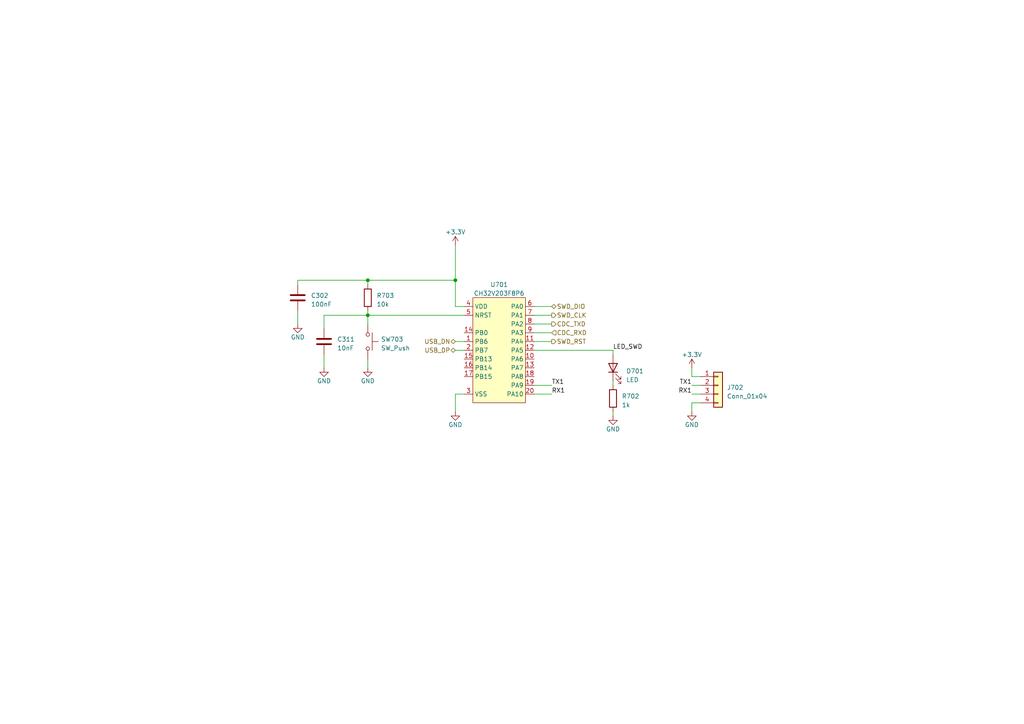
<source format=kicad_sch>
(kicad_sch (version 20230121) (generator eeschema)
  (paper "A4")
  (title_block (title "STM32 USB Audio Interface - DAPLink Debugger") (date "2023-04-15") (rev "A"))
  (lib_symbols
    (symbol "Connector_Generic:Conn_01x04" (pin_names (offset 1.016) hide)
      (property "Reference" "J" (at 0 5.08 0))
      (property "Value" "Conn_01x04" (at 0 -7.62 0))
      (symbol "Conn_01x04_1_1"
        (rectangle (start -1.27 -4.953) (end 0 -5.207) (stroke (width 0.1524)))
        (rectangle (start -1.27 -2.413) (end 0 -2.667) (stroke (width 0.1524)))
        (rectangle (start -1.27 0.127) (end 0 -0.127) (stroke (width 0.1524)))
        (rectangle (start -1.27 2.667) (end 0 2.413) (stroke (width 0.1524)))
        (rectangle (start -1.27 3.81) (end 1.27 -6.35) (stroke (width 0.254)) (fill (type background)))
        (pin passive line (at -5.08 2.54 0) (length 3.81) (name "Pin_1") (number "1"))
        (pin passive line (at -5.08 0 0) (length 3.81) (name "Pin_2") (number "2"))
        (pin passive line (at -5.08 -2.54 0) (length 3.81) (name "Pin_3") (number "3"))
        (pin passive line (at -5.08 -5.08 0) (length 3.81) (name "Pin_4") (number "4"))
      )
    )
    (symbol "Device:C" (pin_numbers hide) (pin_names (offset 0.254))
      (property "Reference" "C" (at 0.635 2.54 0))
      (property "Value" "C" (at 0.635 -2.54 0))
      (symbol "C_0_1"
        (polyline (pts (xy -2.032 -0.762) (xy 2.032 -0.762)) (stroke (width 0.508)))
        (polyline (pts (xy -2.032 0.762) (xy 2.032 0.762)) (stroke (width 0.508)))
      )
      (symbol "C_1_1"
        (pin passive line (at 0 3.81 270) (length 2.794) (name "~") (number "1"))
        (pin passive line (at 0 -3.81 90) (length 2.794) (name "~") (number "2"))
      )
    )
    (symbol "Device:LED" (pin_numbers hide) (pin_names (offset 1.016) hide)
      (property "Reference" "D" (at 0 2.54 0))
      (property "Value" "LED" (at 0 -2.54 0))
      (symbol "LED_0_1"
        (polyline (pts (xy -1.27 -1.27) (xy -1.27 1.27)) (stroke (width 0.254)))
        (polyline (pts (xy -1.27 0) (xy 1.27 0)))
        (polyline (pts (xy 1.27 -1.27) (xy 1.27 1.27) (xy -1.27 0) (xy 1.27 -1.27)) (stroke (width 0.254)))
        (polyline (pts (xy -3.048 -0.762) (xy -4.572 -2.286) (xy -3.81 -2.286) (xy -4.572 -2.286) (xy -4.572 -1.524)))
        (polyline (pts (xy -1.778 -0.762) (xy -3.302 -2.286) (xy -2.54 -2.286) (xy -3.302 -2.286) (xy -3.302 -1.524)))
      )
      (symbol "LED_1_1"
        (pin passive line (at -3.81 0 0) (length 2.54) (name "K") (number "1"))
        (pin passive line (at 3.81 0 180) (length 2.54) (name "A") (number "2"))
      )
    )
    (symbol "Device:R" (pin_numbers hide) (pin_names (offset 0))
      (property "Reference" "R" (at 2.032 0 90))
      (property "Value" "R" (at 0 0 90))
      (symbol "R_0_1"
        (rectangle (start -1.016 -2.54) (end 1.016 2.54) (stroke (width 0.254)))
      )
      (symbol "R_1_1"
        (pin passive line (at 0 3.81 270) (length 1.27) (name "~") (number "1"))
        (pin passive line (at 0 -3.81 90) (length 1.27) (name "~") (number "2"))
      )
    )
    (symbol "MyLibrary:CH32V203F8P6"
      (property "Reference" "U" (at 0 5.08 0))
      (property "Value" "CH32V203F8P6" (at 0 0 0))
      (symbol "CH32V203F8P6_0_0"
        (pin bidirectional line (at -10.16 -10.16 0) (length 2.54) (name "PB6") (number "1"))
        (pin bidirectional line (at 10.16 -15.24 180) (length 2.54) (name "PA6") (number "10"))
        (pin bidirectional line (at 10.16 -10.16 180) (length 2.54) (name "PA4") (number "11"))
        (pin bidirectional line (at 10.16 -12.7 180) (length 2.54) (name "PA5") (number "12"))
        (pin bidirectional line (at 10.16 -17.78 180) (length 2.54) (name "PA7") (number "13"))
        (pin bidirectional line (at -10.16 -7.62 0) (length 2.54) (name "PB0") (number "14"))
        (pin bidirectional line (at -10.16 -15.24 0) (length 2.54) (name "PB13") (number "15"))
        (pin bidirectional line (at -10.16 -17.78 0) (length 2.54) (name "PB14") (number "16"))
        (pin bidirectional line (at -10.16 -20.32 0) (length 2.54) (name "PB15") (number "17"))
        (pin bidirectional line (at 10.16 -20.32 180) (length 2.54) (name "PA8") (number "18"))
        (pin bidirectional line (at 10.16 -22.86 180) (length 2.54) (name "PA9") (number "19"))
        (pin bidirectional line (at -10.16 -12.7 0) (length 2.54) (name "PB7") (number "2"))
        (pin bidirectional line (at 10.16 -25.4 180) (length 2.54) (name "PA10") (number "20"))
        (pin power_in line (at -10.16 -25.4 0) (length 2.54) (name "VSS") (number "3"))
        (pin power_in line (at -10.16 0 0) (length 2.54) (name "VDD") (number "4"))
        (pin input line (at -10.16 -2.54 0) (length 2.54) (name "NRST") (number "5"))
        (pin bidirectional line (at 10.16 0 180) (length 2.54) (name "PA0") (number "6"))
        (pin bidirectional line (at 10.16 -2.54 180) (length 2.54) (name "PA1") (number "7"))
        (pin bidirectional line (at 10.16 -5.08 180) (length 2.54) (name "PA2") (number "8"))
        (pin bidirectional line (at 10.16 -7.62 180) (length 2.54) (name "PA3") (number "9"))
      )
      (symbol "CH32V203F8P6_1_1"
        (rectangle (start -7.62 2.54) (end 7.62 -27.94) (fill (type background)))
      )
    )
    (symbol "Switch:SW_Push" (pin_numbers hide) (pin_names (offset 1.016) hide)
      (property "Reference" "SW" (at 1.27 2.54 0))
      (property "Value" "SW_Push" (at 0 -1.524 0))
      (symbol "SW_Push_0_1"
        (circle (center -2.032 0) (radius 0.508))
        (polyline (pts (xy 0 1.27) (xy 0 3.048)))
        (polyline (pts (xy 2.54 1.27) (xy -2.54 1.27)))
        (circle (center 2.032 0) (radius 0.508))
        (pin passive line (at -5.08 0 0) (length 2.54) (name "1") (number "1"))
        (pin passive line (at 5.08 0 180) (length 2.54) (name "2") (number "2"))
      )
    )
    (symbol "power:+3.3V" (power) (pin_names (offset 0))
      (property "Value" "+3.3V" (at 0 3.556 0))
      (symbol "+3.3V_0_1"
        (polyline (pts (xy -0.762 1.27) (xy 0 2.54)))
        (polyline (pts (xy 0 0) (xy 0 2.54)))
        (polyline (pts (xy 0 2.54) (xy 0.762 1.27)))
      )
      (symbol "+3.3V_1_1"
        (pin power_in line (at 0 0 90) (length 0) hide (name "+3.3V") (number "1"))
      )
    )
    (symbol "power:GND" (power) (pin_names (offset 0))
      (property "Value" "GND" (at 0 -3.81 0))
      (symbol "GND_0_1"
        (polyline (pts (xy 0 0) (xy 0 -1.27) (xy 1.27 -1.27) (xy 0 -2.54) (xy -1.27 -1.27) (xy 0 -1.27)))
      )
      (symbol "GND_1_1"
        (pin power_in line (at 0 0 270) (length 0) hide (name "GND") (number "1"))
      )
    )
  )
  (junction (at 106.68 91.44))
  (junction (at 106.68 81.28))
  (junction (at 132.08 81.28))
  (wire (pts (xy 200.66 119.38) (xy 200.66 116.84)))
  (wire (pts (xy 106.68 81.28) (xy 106.68 82.55)))
  (wire (pts (xy 86.36 82.55) (xy 86.36 81.28)))
  (wire (pts (xy 200.66 106.68) (xy 200.66 109.22)))
  (wire (pts (xy 160.02 93.98) (xy 154.94 93.98)))
  (wire (pts (xy 154.94 101.6) (xy 177.8 101.6)))
  (wire (pts (xy 160.02 91.44) (xy 154.94 91.44)))
  (wire (pts (xy 132.08 114.3) (xy 134.62 114.3)))
  (wire (pts (xy 160.02 88.9) (xy 154.94 88.9)))
  (wire (pts (xy 160.02 99.06) (xy 154.94 99.06)))
  (wire (pts (xy 200.66 111.76) (xy 203.2 111.76)))
  (wire (pts (xy 106.68 104.14) (xy 106.68 106.68)))
  (wire (pts (xy 160.02 96.52) (xy 154.94 96.52)))
  (wire (pts (xy 132.08 101.6) (xy 134.62 101.6)))
  (wire (pts (xy 177.8 110.49) (xy 177.8 111.76)))
  (wire (pts (xy 93.98 102.87) (xy 93.98 106.68)))
  (wire (pts (xy 177.8 101.6) (xy 177.8 102.87)))
  (wire (pts (xy 132.08 88.9) (xy 134.62 88.9)))
  (wire (pts (xy 132.08 71.12) (xy 132.08 81.28)))
  (wire (pts (xy 106.68 91.44) (xy 106.68 93.98)))
  (wire (pts (xy 154.94 111.76) (xy 160.02 111.76)))
  (wire (pts (xy 200.66 109.22) (xy 203.2 109.22)))
  (wire (pts (xy 106.68 90.17) (xy 106.68 91.44)))
  (wire (pts (xy 86.36 90.17) (xy 86.36 93.98)))
  (wire (pts (xy 132.08 81.28) (xy 132.08 88.9)))
  (wire (pts (xy 132.08 99.06) (xy 134.62 99.06)))
  (wire (pts (xy 200.66 114.3) (xy 203.2 114.3)))
  (wire (pts (xy 132.08 114.3) (xy 132.08 119.38)))
  (wire (pts (xy 93.98 91.44) (xy 93.98 95.25)))
  (wire (pts (xy 86.36 81.28) (xy 106.68 81.28)))
  (wire (pts (xy 200.66 116.84) (xy 203.2 116.84)))
  (wire (pts (xy 106.68 91.44) (xy 134.62 91.44)))
  (wire (pts (xy 93.98 91.44) (xy 106.68 91.44)))
  (wire (pts (xy 154.94 114.3) (xy 160.02 114.3)))
  (wire (pts (xy 106.68 81.28) (xy 132.08 81.28)))
  (wire (pts (xy 177.8 119.38) (xy 177.8 120.65)))
  (label "TX1" (at 160.02 111.76 0))
  (label "TX1" (at 200.66 111.76 180))
  (label "LED_SWD" (at 177.8 101.6 0))
  (label "RX1" (at 160.02 114.3 0))
  (label "RX1" (at 200.66 114.3 180))
  (hierarchical_label "SWD_RST" (shape output) (at 160.02 99.06 0))
  (hierarchical_label "SWD_DIO" (shape bidirectional) (at 160.02 88.9 0))
  (hierarchical_label "CDC_TXD" (shape output) (at 160.02 93.98 0))
  (hierarchical_label "USB_DP" (shape bidirectional) (at 132.08 101.6 180))
  (hierarchical_label "USB_DN" (shape bidirectional) (at 132.08 99.06 180))
  (hierarchical_label "SWD_CLK" (shape output) (at 160.02 91.44 0))
  (hierarchical_label "CDC_RXD" (shape input) (at 160.02 96.52 0))
  (symbol (lib_id "Device:C") (at 93.98 99.06 180) (unit 1)
    (property "Reference" "C311" (at 97.79 98.425 0) (effects (justify right)))
    (property "Value" "10nF" (at 97.79 100.965 0) (effects (justify right)))
    (property "Footprint" "Capacitor_SMD:C_0402_1005Metric" (effects hide))
    (instances (project "Quad_RAK3172_Board" (path "" (reference "C311") (unit 1))) (project "STM32-USB-Audio-Board" (path "" (reference "C211") (unit 1)) (path "" (reference "C713") (unit 1))))
  )
  (symbol (lib_id "power:GND") (at 132.08 119.38 0) (unit 1)
    (property "Reference" "#PWR0304" (effects hide))
    (property "Value" "GND" (at 132.08 123.19 0))
    (instances (project "Quad_RAK3172_Board" (path "" (reference "#PWR0304") (unit 1))) (project "STM32-USB-Audio-Board" (path "" (reference "#PWR0204") (unit 1)) (path "" (reference "#PWR0703") (unit 1))))
  )
  (symbol (lib_id "power:GND") (at 200.66 119.38 0) (unit 1)
    (property "Reference" "#PWR0304" (effects hide))
    (property "Value" "GND" (at 200.66 123.19 0))
    (instances (project "Quad_RAK3172_Board" (path "" (reference "#PWR0304") (unit 1))) (project "STM32-USB-Audio-Board" (path "" (reference "#PWR0204") (unit 1)) (path "" (reference "#PWR0715") (unit 1))))
  )
  (symbol (lib_id "Device:R") (at 106.68 86.36 0) (unit 1)
    (property "Reference" "R703" (at 109.22 85.725 0) (effects (justify left)))
    (property "Value" "10k" (at 109.22 88.265 0) (effects (justify left)))
    (property "Footprint" "Resistor_SMD:R_0402_1005Metric" (effects hide))
  )
  (symbol (lib_id "Switch:SW_Push") (at 106.68 99.06 270) (unit 1)
    (property "Reference" "SW703" (at 110.49 98.425 90) (effects (justify left)))
    (property "Value" "SW_Push" (at 110.49 100.965 90) (effects (justify left)))
    (property "Footprint" "Button_Switch_SMD:SW_SPST_B3U-1000P-B" (effects hide))
  )
  (symbol (lib_id "power:+3.3V") (at 132.08 71.12 0) (unit 1)
    (property "Reference" "#PWR0702" (effects hide))
    (property "Value" "+3.3V" (at 132.08 67.31 0))
  )
  (symbol (lib_id "power:GND") (at 106.68 106.68 0) (unit 1)
    (property "Reference" "#PWR0304" (effects hide))
    (property "Value" "GND" (at 106.68 110.49 0))
    (instances (project "Quad_RAK3172_Board" (path "" (reference "#PWR0304") (unit 1))) (project "STM32-USB-Audio-Board" (path "" (reference "#PWR0204") (unit 1)) (path "" (reference "#PWR0721") (unit 1))))
  )
  (symbol (lib_id "Device:C") (at 86.36 86.36 0) (unit 1)
    (property "Reference" "C302" (at 90.17 85.725 0) (effects (justify left)))
    (property "Value" "100nF" (at 90.17 88.265 0) (effects (justify left)))
    (property "Footprint" "Capacitor_SMD:C_0402_1005Metric" (effects hide))
    (instances (project "Quad_RAK3172_Board" (path "" (reference "C302") (unit 1))) (project "STM32-USB-Audio-Board" (path "" (reference "C202") (unit 1)) (path "" (reference "C702") (unit 1))))
  )
  (symbol (lib_id "Device:R") (at 177.8 115.57 0) (unit 1)
    (property "Reference" "R702" (at 180.34 114.935 0) (effects (justify left)))
    (property "Value" "1k" (at 180.34 117.475 0) (effects (justify left)))
    (property "Footprint" "Resistor_SMD:R_0402_1005Metric" (effects hide))
  )
  (symbol (lib_id "Device:LED") (at 177.8 106.68 90) (unit 1)
    (property "Reference" "D701" (at 181.61 107.6325 90) (effects (justify right)))
    (property "Value" "LED" (at 181.61 110.1725 90) (effects (justify right)))
    (property "Footprint" "LED_SMD:LED_0603_1608Metric" (effects hide))
  )
  (symbol (lib_id "power:+3.3V") (at 200.66 106.68 0) (unit 1)
    (property "Reference" "#PWR0714" (effects hide))
    (property "Value" "+3.3V" (at 200.66 102.87 0))
  )
  (symbol (lib_id "MyLibrary:CH32V203F8P6") (at 144.78 88.9 0) (unit 1)
    (property "Reference" "U701" (at 144.78 82.55 0))
    (property "Value" "CH32V203F8P6" (at 144.78 85.09 0))
    (property "Footprint" "Package_SO:TSSOP-20_4.4x6.5mm_P0.65mm" (effects hide))
  )
  (symbol (lib_id "power:GND") (at 86.36 93.98 0) (unit 1)
    (property "Reference" "#PWR0304" (effects hide))
    (property "Value" "GND" (at 86.36 97.79 0))
    (instances (project "Quad_RAK3172_Board" (path "" (reference "#PWR0304") (unit 1))) (project "STM32-USB-Audio-Board" (path "" (reference "#PWR0204") (unit 1)) (path "" (reference "#PWR0708") (unit 1))))
  )
  (symbol (lib_id "Connector_Generic:Conn_01x04") (at 208.28 111.76 0) (unit 1)
    (property "Reference" "J702" (at 210.82 112.395 0) (effects (justify left)))
    (property "Value" "Conn_01x04" (at 210.82 114.935 0) (effects (justify left)))
    (property "Footprint" "Connector_PinHeader_2.54mm:PinHeader_1x04_P2.54mm_Vertical" (effects hide))
  )
  (symbol (lib_id "power:GND") (at 93.98 106.68 0) (unit 1)
    (property "Reference" "#PWR0309" (effects hide))
    (property "Value" "GND" (at 93.98 110.49 0))
    (instances (project "Quad_RAK3172_Board" (path "" (reference "#PWR0309") (unit 1))) (project "STM32-USB-Audio-Board" (path "" (reference "#PWR0209") (unit 1)) (path "" (reference "#PWR0720") (unit 1))))
  )
  (symbol (lib_id "power:GND") (at 177.8 120.65 0) (unit 1)
    (property "Reference" "#PWR0309" (effects hide))
    (property "Value" "GND" (at 177.8 124.46 0))
    (instances (project "Quad_RAK3172_Board" (path "" (reference "#PWR0309") (unit 1))) (project "STM32-USB-Audio-Board" (path "" (reference "#PWR0209") (unit 1)) (path "" (reference "#PWR0709") (unit 1))))
  )
)
</source>
